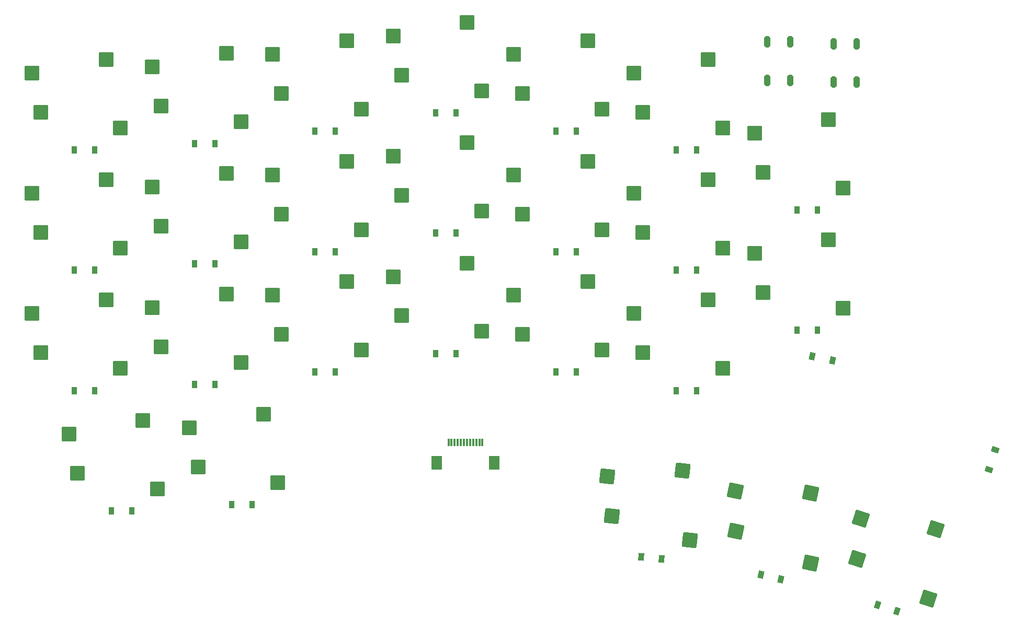
<source format=gbr>
%TF.GenerationSoftware,KiCad,Pcbnew,8.0.3+1*%
%TF.CreationDate,2024-08-06T22:55:28-04:00*%
%TF.ProjectId,iyada_flip,69796164-615f-4666-9c69-702e6b696361,rev?*%
%TF.SameCoordinates,Original*%
%TF.FileFunction,Paste,Top*%
%TF.FilePolarity,Positive*%
%FSLAX46Y46*%
G04 Gerber Fmt 4.6, Leading zero omitted, Abs format (unit mm)*
G04 Created by KiCad (PCBNEW 8.0.3+1) date 2024-08-06 22:55:28*
%MOMM*%
%LPD*%
G01*
G04 APERTURE LIST*
G04 Aperture macros list*
%AMRoundRect*
0 Rectangle with rounded corners*
0 $1 Rounding radius*
0 $2 $3 $4 $5 $6 $7 $8 $9 X,Y pos of 4 corners*
0 Add a 4 corners polygon primitive as box body*
4,1,4,$2,$3,$4,$5,$6,$7,$8,$9,$2,$3,0*
0 Add four circle primitives for the rounded corners*
1,1,$1+$1,$2,$3*
1,1,$1+$1,$4,$5*
1,1,$1+$1,$6,$7*
1,1,$1+$1,$8,$9*
0 Add four rect primitives between the rounded corners*
20,1,$1+$1,$2,$3,$4,$5,0*
20,1,$1+$1,$4,$5,$6,$7,0*
20,1,$1+$1,$6,$7,$8,$9,0*
20,1,$1+$1,$8,$9,$2,$3,0*%
%AMRotRect*
0 Rectangle, with rotation*
0 The origin of the aperture is its center*
0 $1 length*
0 $2 width*
0 $3 Rotation angle, in degrees counterclockwise*
0 Add horizontal line*
21,1,$1,$2,0,0,$3*%
%AMOutline5P*
0 Free polygon, 5 corners , with rotation*
0 The origin of the aperture is its center*
0 number of corners: always 5*
0 $1 to $10 corner X, Y*
0 $11 Rotation angle, in degrees counterclockwise*
0 create outline with 5 corners*
4,1,5,$1,$2,$3,$4,$5,$6,$7,$8,$9,$10,$1,$2,$11*%
%AMOutline6P*
0 Free polygon, 6 corners , with rotation*
0 The origin of the aperture is its center*
0 number of corners: always 6*
0 $1 to $12 corner X, Y*
0 $13 Rotation angle, in degrees counterclockwise*
0 create outline with 6 corners*
4,1,6,$1,$2,$3,$4,$5,$6,$7,$8,$9,$10,$11,$12,$1,$2,$13*%
%AMOutline7P*
0 Free polygon, 7 corners , with rotation*
0 The origin of the aperture is its center*
0 number of corners: always 7*
0 $1 to $14 corner X, Y*
0 $15 Rotation angle, in degrees counterclockwise*
0 create outline with 7 corners*
4,1,7,$1,$2,$3,$4,$5,$6,$7,$8,$9,$10,$11,$12,$13,$14,$1,$2,$15*%
%AMOutline8P*
0 Free polygon, 8 corners , with rotation*
0 The origin of the aperture is its center*
0 number of corners: always 8*
0 $1 to $16 corner X, Y*
0 $17 Rotation angle, in degrees counterclockwise*
0 create outline with 8 corners*
4,1,8,$1,$2,$3,$4,$5,$6,$7,$8,$9,$10,$11,$12,$13,$14,$15,$16,$1,$2,$17*%
G04 Aperture macros list end*
%ADD10RotRect,0.900000X1.200000X348.000000*%
%ADD11RotRect,0.900000X1.200000X72.000000*%
%ADD12R,0.900000X1.200000*%
%ADD13RotRect,0.900000X1.200000X342.000000*%
%ADD14R,0.300000X1.300000*%
%ADD15R,1.800000X2.200000*%
%ADD16Outline8P,-0.900000X0.275000X-0.625000X0.550000X0.625000X0.550000X0.900000X0.275000X0.900000X-0.275000X0.625000X-0.550000X-0.625000X-0.550000X-0.900000X-0.275000X270.000000*%
%ADD17RotRect,0.900000X1.200000X354.000000*%
%ADD18RoundRect,0.240000X-0.960000X-0.960000X0.960000X-0.960000X0.960000X0.960000X-0.960000X0.960000X0*%
%ADD19RoundRect,0.240000X0.960000X0.960000X-0.960000X0.960000X-0.960000X-0.960000X0.960000X-0.960000X0*%
%ADD20RoundRect,0.240000X1.138617X0.739426X-0.739426X1.138617X-1.138617X-0.739426X0.739426X-1.138617X0*%
%ADD21RoundRect,0.240000X1.055088X0.854394X-0.854394X1.055088X-1.055088X-0.854394X0.854394X-1.055088X0*%
%ADD22RoundRect,0.240000X1.209671X0.616358X-0.616358X1.209671X-1.209671X-0.616358X0.616358X-1.209671X0*%
%ADD23RoundRect,0.240000X-1.138617X-0.739426X0.739426X-1.138617X1.138617X0.739426X-0.739426X1.138617X0*%
%ADD24RoundRect,0.240000X-1.055088X-0.854394X0.854394X-1.055088X1.055088X0.854394X-0.854394X1.055088X0*%
%ADD25RoundRect,0.240000X-1.209671X-0.616358X0.616358X-1.209671X1.209671X0.616358X-0.616358X1.209671X0*%
G04 APERTURE END LIST*
D10*
%TO.C,D14*%
X191889155Y-138689554D03*
X195117039Y-139375662D03*
%TD*%
D11*
%TO.C,D14*%
X228808278Y-121587078D03*
X229828034Y-118448592D03*
%TD*%
D12*
%TO.C,D14*%
X80732005Y-69805019D03*
X84032013Y-69805021D03*
%TD*%
%TO.C,D14*%
X119732001Y-86305003D03*
X123032009Y-86305005D03*
%TD*%
%TO.C,D14*%
X86732002Y-128305001D03*
X90032010Y-128305003D03*
%TD*%
D13*
%TO.C,D14*%
X210801408Y-143585963D03*
X213939894Y-144605719D03*
%TD*%
D10*
%TO.C,D14*%
X200258017Y-103253902D03*
X203485901Y-103940010D03*
%TD*%
D12*
%TO.C,D14*%
X178232006Y-69805003D03*
X181532014Y-69805005D03*
%TD*%
%TO.C,D14*%
X80732001Y-89305009D03*
X84032009Y-89305011D03*
%TD*%
%TO.C,D14*%
X158731993Y-105805004D03*
X162032001Y-105805006D03*
%TD*%
%TO.C,D14*%
X158732007Y-66805003D03*
X162032015Y-66805005D03*
%TD*%
%TO.C,D14*%
X139232000Y-63805001D03*
X142532008Y-63805003D03*
%TD*%
%TO.C,D14*%
X119732003Y-105805004D03*
X123032011Y-105805006D03*
%TD*%
D14*
%TO.C,REF\u002A\u002A*%
X141338001Y-117253008D03*
X141838002Y-117253004D03*
X142338001Y-117253008D03*
X142837998Y-117253009D03*
X143337996Y-117253013D03*
X143838000Y-117253008D03*
X144337998Y-117253005D03*
X144838001Y-117253008D03*
X145338001Y-117253008D03*
X145838000Y-117253008D03*
X146338000Y-117253009D03*
X146838015Y-117253010D03*
D15*
X139438001Y-120503008D03*
X148738001Y-120503008D03*
%TD*%
D16*
%TO.C,B1*%
X196641015Y-52311003D03*
X196641021Y-58511005D03*
X192941003Y-52311007D03*
X192941009Y-58511009D03*
%TD*%
D12*
%TO.C,D14*%
X80732001Y-108805005D03*
X84032009Y-108805007D03*
%TD*%
%TO.C,D14*%
X158731997Y-86305003D03*
X162032005Y-86305005D03*
%TD*%
%TO.C,D14*%
X100231999Y-107805000D03*
X103532007Y-107805002D03*
%TD*%
%TO.C,D14*%
X106232004Y-127305001D03*
X109532012Y-127305003D03*
%TD*%
D17*
%TO.C,D14*%
X172568701Y-135796843D03*
X175850623Y-136141787D03*
%TD*%
D12*
%TO.C,D14*%
X197732009Y-99055011D03*
X201032017Y-99055013D03*
%TD*%
%TO.C,D14*%
X139232012Y-83305006D03*
X142532020Y-83305008D03*
%TD*%
%TO.C,D14*%
X139232004Y-102804998D03*
X142532012Y-102805000D03*
%TD*%
%TO.C,D14*%
X100231999Y-88305003D03*
X103532007Y-88305005D03*
%TD*%
%TO.C,D14*%
X178232003Y-89305002D03*
X181532011Y-89305004D03*
%TD*%
D16*
%TO.C,B1*%
X207381015Y-52625995D03*
X207381021Y-58825997D03*
X203681003Y-52625999D03*
X203681009Y-58826001D03*
%TD*%
D12*
%TO.C,D14*%
X178232005Y-108804998D03*
X181532013Y-108805000D03*
%TD*%
%TO.C,D14*%
X197732005Y-79555011D03*
X201032013Y-79555013D03*
%TD*%
%TO.C,D14*%
X119731995Y-66805008D03*
X123032003Y-66805010D03*
%TD*%
%TO.C,D14*%
X100232002Y-68804997D03*
X103532010Y-68804999D03*
%TD*%
D18*
%TO.C,REF\u002A\u002A*%
X75297000Y-102695009D03*
X88223999Y-105235009D03*
%TD*%
%TO.C,REF\u002A\u002A*%
X75297008Y-63694998D03*
X88224007Y-66234998D03*
%TD*%
%TO.C,REF\u002A\u002A*%
X94797011Y-101695001D03*
X107724010Y-104235001D03*
%TD*%
D19*
%TO.C,REF\u002A\u002A*%
X144382005Y-88155008D03*
X132382004Y-90355009D03*
%TD*%
D18*
%TO.C,REF\u002A\u002A*%
X172797000Y-83194999D03*
X185723999Y-85734999D03*
%TD*%
%TO.C,REF\u002A\u002A*%
X114297008Y-60695008D03*
X127224007Y-63235008D03*
%TD*%
D19*
%TO.C,REF\u002A\u002A*%
X183382001Y-74654998D03*
X171382000Y-76854999D03*
%TD*%
%TO.C,REF\u002A\u002A*%
X183382005Y-94155000D03*
X171382004Y-96355001D03*
%TD*%
D18*
%TO.C,REF\u002A\u002A*%
X153297005Y-80195007D03*
X166224004Y-82735007D03*
%TD*%
D19*
%TO.C,REF\u002A\u002A*%
X111382010Y-112654999D03*
X99382009Y-114855000D03*
%TD*%
%TO.C,REF\u002A\u002A*%
X183382010Y-55155003D03*
X171382009Y-57355004D03*
%TD*%
%TO.C,REF\u002A\u002A*%
X144382008Y-49155015D03*
X132382007Y-51355016D03*
%TD*%
D18*
%TO.C,REF\u002A\u002A*%
X133797009Y-77195007D03*
X146724008Y-79735007D03*
%TD*%
D19*
%TO.C,REF\u002A\u002A*%
X163882004Y-91155000D03*
X151882003Y-93355001D03*
%TD*%
%TO.C,REF\u002A\u002A*%
X124882009Y-52155007D03*
X112882008Y-54355008D03*
%TD*%
%TO.C,REF\u002A\u002A*%
X105382012Y-93155000D03*
X93382011Y-95355001D03*
%TD*%
D18*
%TO.C,REF\u002A\u002A*%
X192297007Y-92945007D03*
X205224006Y-95485007D03*
%TD*%
D20*
%TO.C,REF\u002A\u002A*%
X199972525Y-125430446D03*
X187777352Y-125087432D03*
%TD*%
D19*
%TO.C,REF\u002A\u002A*%
X105382006Y-54155007D03*
X93382005Y-56355008D03*
%TD*%
%TO.C,REF\u002A\u002A*%
X105382011Y-73654996D03*
X93382010Y-75854997D03*
%TD*%
D18*
%TO.C,REF\u002A\u002A*%
X133797007Y-57695016D03*
X146724006Y-60235016D03*
%TD*%
D21*
%TO.C,REF\u002A\u002A*%
X179221837Y-121765415D03*
X167057607Y-122699023D03*
%TD*%
D19*
%TO.C,REF\u002A\u002A*%
X124882004Y-71654998D03*
X112882003Y-73854999D03*
%TD*%
D18*
%TO.C,REF\u002A\u002A*%
X94797010Y-82194997D03*
X107724009Y-84734997D03*
%TD*%
%TO.C,REF\u002A\u002A*%
X114297003Y-80194999D03*
X127224002Y-82734999D03*
%TD*%
%TO.C,REF\u002A\u002A*%
X153297003Y-99695001D03*
X166224002Y-102235001D03*
%TD*%
%TO.C,REF\u002A\u002A*%
X153297013Y-60694996D03*
X166224012Y-63234996D03*
%TD*%
D22*
%TO.C,REF\u002A\u002A*%
X220226440Y-131244430D03*
X208133929Y-129628550D03*
%TD*%
D19*
%TO.C,REF\u002A\u002A*%
X202882013Y-64904996D03*
X190882012Y-67104997D03*
%TD*%
%TO.C,REF\u002A\u002A*%
X85882008Y-74655005D03*
X73882007Y-76855006D03*
%TD*%
D23*
%TO.C,REF\u002A\u002A*%
X187843283Y-131583086D03*
X199959699Y-136755256D03*
%TD*%
D18*
%TO.C,REF\u002A\u002A*%
X100797009Y-121195000D03*
X113724008Y-123735000D03*
%TD*%
D19*
%TO.C,REF\u002A\u002A*%
X202882008Y-84405006D03*
X190882007Y-86605007D03*
%TD*%
%TO.C,REF\u002A\u002A*%
X85882009Y-55154997D03*
X73882008Y-57354998D03*
%TD*%
%TO.C,REF\u002A\u002A*%
X124882003Y-91155008D03*
X112882002Y-93355009D03*
%TD*%
D18*
%TO.C,REF\u002A\u002A*%
X133797004Y-96695009D03*
X146724003Y-99235009D03*
%TD*%
D19*
%TO.C,REF\u002A\u002A*%
X163882006Y-71655006D03*
X151882005Y-73855007D03*
%TD*%
%TO.C,REF\u002A\u002A*%
X91882016Y-113655000D03*
X79882015Y-115855001D03*
%TD*%
D24*
%TO.C,REF\u002A\u002A*%
X167802146Y-129152200D03*
X180392827Y-133029528D03*
%TD*%
D19*
%TO.C,REF\u002A\u002A*%
X85882001Y-94155008D03*
X73882000Y-96355009D03*
%TD*%
D25*
%TO.C,REF\u002A\u002A*%
X207520507Y-136095513D03*
X219029910Y-142505857D03*
%TD*%
D18*
%TO.C,REF\u002A\u002A*%
X172797004Y-102695001D03*
X185724003Y-105235001D03*
%TD*%
D19*
%TO.C,REF\u002A\u002A*%
X144382010Y-68655006D03*
X132382009Y-70855007D03*
%TD*%
%TO.C,REF\u002A\u002A*%
X163882014Y-52154995D03*
X151882013Y-54354996D03*
%TD*%
D18*
%TO.C,REF\u002A\u002A*%
X172797009Y-63695004D03*
X185724008Y-66235004D03*
%TD*%
%TO.C,REF\u002A\u002A*%
X81297015Y-122195001D03*
X94224014Y-124735001D03*
%TD*%
%TO.C,REF\u002A\u002A*%
X75297007Y-83195006D03*
X88224006Y-85735006D03*
%TD*%
%TO.C,REF\u002A\u002A*%
X192297012Y-73444997D03*
X205224011Y-75984997D03*
%TD*%
%TO.C,REF\u002A\u002A*%
X114297002Y-99695009D03*
X127224001Y-102235009D03*
%TD*%
%TO.C,REF\u002A\u002A*%
X94797005Y-62695008D03*
X107724004Y-65235008D03*
%TD*%
M02*

</source>
